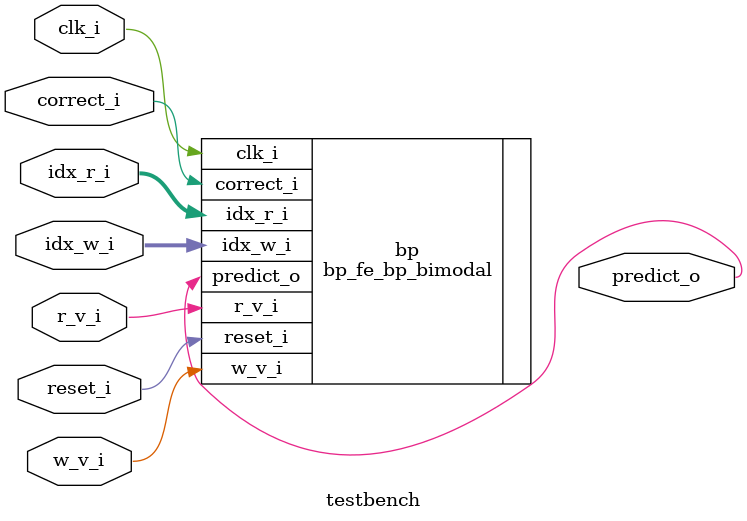
<source format=sv>
module testbench
  #( parameter bht_idx_width_p = 9
  ,  parameter bp_cnt_sat_bits_p = 2
  )
  ( input                       clk_i
  , input                       reset_i

  , input                       w_v_i
  , input [bht_idx_width_p-1:0] idx_w_i
  , input                       correct_i

  , input                       r_v_i
  , input [bht_idx_width_p-1:0] idx_r_i
  , output                      predict_o
  );

  // instantiate bimodal branch predictor
  bp_fe_bp_bimodal
    #(.bht_idx_width_p(bht_idx_width_p),
      .bp_cnt_sat_bits_p(bp_cnt_sat_bits_p)
    )
    bp
    ( .clk_i(clk_i)
    , .reset_i(reset_i)

    , .w_v_i(w_v_i)
    , .idx_w_i(idx_w_i)
    , .correct_i(correct_i)

    , .r_v_i(r_v_i)
    , .idx_r_i(idx_r_i)
    , .predict_o(predict_o)
  );


`ifndef VERILATOR
  // dump waves
  initial begin
    $dumpfile("dump_testbench.vcd");
    $dumpvars(1, adder);
  end
`endif

endmodule

</source>
